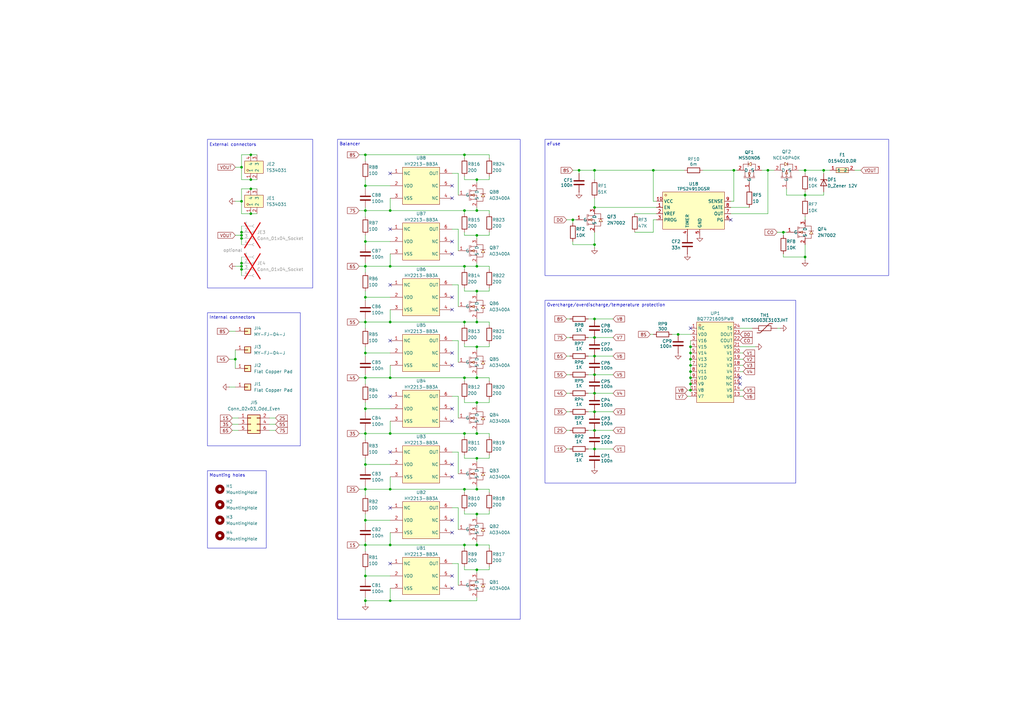
<source format=kicad_sch>
(kicad_sch (version 20231120) (generator "eeschema") (generator_version "8.0")
  (paper "A3")
  (title_block (title "8S Li-ion Module BMS") (date "2024-05-09") (rev "2") (company "TMP Inc."))
  (junction (at 190.5 132.08))
  (junction (at 190.5 200.66))
  (junction (at 300.99 69.85))
  (junction (at 102.87 73.66))
  (junction (at 195.58 223.52))
  (junction (at 149.86 190.5))
  (junction (at 99.06 107.95))
  (junction (at 283.21 160.02))
  (junction (at 243.84 176.53))
  (junction (at 195.58 187.96))
  (junction (at 160.02 200.66))
  (junction (at 149.86 86.36))
  (junction (at 160.02 86.36))
  (junction (at 195.58 154.94))
  (junction (at 283.21 149.86))
  (junction (at 99.06 82.55))
  (junction (at 149.86 109.22))
  (junction (at 237.49 69.85))
  (junction (at 99.06 110.49))
  (junction (at 99.06 97.79))
  (junction (at 283.21 142.24))
  (junction (at 243.84 130.81))
  (junction (at 330.2 105.41))
  (junction (at 283.21 144.78))
  (junction (at 190.5 154.94))
  (junction (at 267.97 69.85))
  (junction (at 195.58 96.52))
  (junction (at 149.86 132.08))
  (junction (at 102.87 63.5))
  (junction (at 195.58 200.66))
  (junction (at 243.84 153.67))
  (junction (at 160.02 223.52))
  (junction (at 149.86 76.2))
  (junction (at 99.06 68.58))
  (junction (at 190.5 86.36))
  (junction (at 149.86 223.52))
  (junction (at 321.31 95.25))
  (junction (at 234.95 90.17))
  (junction (at 195.58 142.24))
  (junction (at 278.13 137.16))
  (junction (at 243.84 184.15))
  (junction (at 190.5 63.5))
  (junction (at 243.84 69.85))
  (junction (at 283.21 147.32))
  (junction (at 149.86 236.22))
  (junction (at 330.2 69.85))
  (junction (at 160.02 109.22))
  (junction (at 190.5 109.22))
  (junction (at 195.58 177.8))
  (junction (at 160.02 177.8))
  (junction (at 190.5 177.8))
  (junction (at 149.86 154.94))
  (junction (at 243.84 100.33))
  (junction (at 149.86 144.78))
  (junction (at 283.21 157.48))
  (junction (at 99.06 109.22))
  (junction (at 96.52 147.32))
  (junction (at 283.21 154.94))
  (junction (at 149.86 99.06))
  (junction (at 149.86 246.38))
  (junction (at 195.58 233.68))
  (junction (at 149.86 63.5))
  (junction (at 99.06 95.25))
  (junction (at 195.58 210.82))
  (junction (at 149.86 177.8))
  (junction (at 243.84 85.09))
  (junction (at 243.84 138.43))
  (junction (at 149.86 121.92))
  (junction (at 149.86 213.36))
  (junction (at 195.58 73.66))
  (junction (at 195.58 132.08))
  (junction (at 195.58 165.1))
  (junction (at 314.96 69.85))
  (junction (at 160.02 246.38))
  (junction (at 243.84 161.29))
  (junction (at 160.02 154.94))
  (junction (at 149.86 167.64))
  (junction (at 283.21 152.4))
  (junction (at 330.2 80.01))
  (junction (at 243.84 168.91))
  (junction (at 190.5 223.52))
  (junction (at 195.58 86.36))
  (junction (at 195.58 119.38))
  (junction (at 99.06 96.52))
  (junction (at 160.02 132.08))
  (junction (at 243.84 146.05))
  (junction (at 195.58 109.22))
  (junction (at 102.87 87.63))
  (junction (at 102.87 77.47))
  (junction (at 149.86 200.66))
  (junction (at 337.82 69.85))
  (no_connect (at 185.42 195.58))
  (no_connect (at 185.42 144.78))
  (no_connect (at 185.42 190.5))
  (no_connect (at 185.42 167.64))
  (no_connect (at 185.42 127))
  (no_connect (at 160.02 93.98))
  (no_connect (at 303.53 154.94))
  (no_connect (at 185.42 241.3))
  (no_connect (at 185.42 236.22))
  (no_connect (at 185.42 104.14))
  (no_connect (at 299.72 90.17))
  (no_connect (at 185.42 99.06))
  (no_connect (at 185.42 218.44))
  (no_connect (at 160.02 139.7))
  (no_connect (at 160.02 116.84))
  (no_connect (at 185.42 76.2))
  (no_connect (at 303.53 157.48))
  (no_connect (at 185.42 213.36))
  (no_connect (at 185.42 172.72))
  (no_connect (at 160.02 71.12))
  (no_connect (at 185.42 121.92))
  (no_connect (at 283.21 134.62))
  (no_connect (at 160.02 162.56))
  (no_connect (at 160.02 208.28))
  (no_connect (at 160.02 231.14))
  (no_connect (at 185.42 81.28))
  (no_connect (at 160.02 185.42))
  (no_connect (at 185.42 149.86))
  (wire (pts (xy 149.86 144.78) (xy 149.86 146.05)))
  (wire (pts (xy 200.66 63.5) (xy 190.5 63.5)))
  (wire (pts (xy 95.25 176.53) (xy 97.79 176.53)))
  (wire (pts (xy 314.96 69.85) (xy 317.5 69.85)))
  (wire (pts (xy 337.82 69.85) (xy 340.36 69.85)))
  (wire (pts (xy 190.5 96.52) (xy 190.5 95.25)))
  (wire (pts (xy 99.06 73.66) (xy 102.87 73.66)))
  (wire (pts (xy 200.66 132.08) (xy 195.58 132.08)))
  (wire (pts (xy 195.58 142.24) (xy 190.5 142.24)))
  (wire (pts (xy 99.06 95.25) (xy 99.06 96.52)))
  (wire (pts (xy 149.86 142.24) (xy 149.86 144.78)))
  (wire (pts (xy 283.21 157.48) (xy 283.21 160.02)))
  (wire (pts (xy 330.2 69.85) (xy 330.2 71.12)))
  (wire (pts (xy 96.52 109.22) (xy 99.06 109.22)))
  (wire (pts (xy 200.66 233.68) (xy 200.66 232.41)))
  (wire (pts (xy 269.24 82.55) (xy 267.97 82.55)))
  (wire (pts (xy 243.84 184.15) (xy 241.3 184.15)))
  (wire (pts (xy 200.66 72.39) (xy 200.66 73.66)))
  (wire (pts (xy 160.02 154.94) (xy 190.5 154.94)))
  (wire (pts (xy 190.5 142.24) (xy 190.5 140.97)))
  (wire (pts (xy 243.84 138.43) (xy 251.46 138.43)))
  (wire (pts (xy 299.72 82.55) (xy 300.99 82.55)))
  (wire (pts (xy 283.21 152.4) (xy 283.21 154.94)))
  (wire (pts (xy 243.84 161.29) (xy 241.3 161.29)))
  (wire (pts (xy 149.86 86.36) (xy 160.02 86.36)))
  (wire (pts (xy 267.97 69.85) (xy 280.67 69.85)))
  (wire (pts (xy 267.97 95.25) (xy 267.97 90.17)))
  (wire (pts (xy 160.02 246.38) (xy 195.58 246.38)))
  (wire (pts (xy 99.06 92.71) (xy 99.06 95.25)))
  (wire (pts (xy 187.96 93.98) (xy 187.96 102.87)))
  (wire (pts (xy 185.42 93.98) (xy 187.96 93.98)))
  (wire (pts (xy 160.02 86.36) (xy 190.5 86.36)))
  (wire (pts (xy 149.86 176.53) (xy 149.86 177.8)))
  (wire (pts (xy 149.86 191.77) (xy 149.86 190.5)))
  (wire (pts (xy 321.31 95.25) (xy 322.58 95.25)))
  (wire (pts (xy 160.02 81.28) (xy 160.02 86.36)))
  (wire (pts (xy 278.13 137.16) (xy 275.59 137.16)))
  (wire (pts (xy 147.32 177.8) (xy 149.86 177.8)))
  (wire (pts (xy 149.86 187.96) (xy 149.86 190.5)))
  (wire (pts (xy 304.8 147.32) (xy 303.53 147.32)))
  (wire (pts (xy 234.95 100.33) (xy 234.95 99.06)))
  (wire (pts (xy 149.86 119.38) (xy 149.86 121.92)))
  (wire (pts (xy 232.41 153.67) (xy 233.68 153.67)))
  (wire (pts (xy 330.2 105.41) (xy 330.2 106.68)))
  (wire (pts (xy 243.84 153.67) (xy 251.46 153.67)))
  (wire (pts (xy 200.66 223.52) (xy 200.66 224.79)))
  (wire (pts (xy 243.84 130.81) (xy 241.3 130.81)))
  (wire (pts (xy 160.02 195.58) (xy 160.02 200.66)))
  (wire (pts (xy 149.86 226.06) (xy 149.86 223.52)))
  (wire (pts (xy 195.58 154.94) (xy 195.58 153.67)))
  (wire (pts (xy 200.66 86.36) (xy 195.58 86.36)))
  (wire (pts (xy 93.98 147.32) (xy 96.52 147.32)))
  (wire (pts (xy 110.49 173.99) (xy 113.03 173.99)))
  (wire (pts (xy 200.66 142.24) (xy 195.58 142.24)))
  (wire (pts (xy 327.66 69.85) (xy 330.2 69.85)))
  (wire (pts (xy 187.96 208.28) (xy 187.96 217.17)))
  (wire (pts (xy 187.96 185.42) (xy 187.96 194.31)))
  (wire (pts (xy 304.8 149.86) (xy 303.53 149.86)))
  (wire (pts (xy 149.86 121.92) (xy 160.02 121.92)))
  (wire (pts (xy 99.06 87.63) (xy 102.87 87.63)))
  (wire (pts (xy 260.35 87.63) (xy 269.24 87.63)))
  (wire (pts (xy 309.88 142.24) (xy 303.53 142.24)))
  (wire (pts (xy 190.5 119.38) (xy 190.5 118.11)))
  (wire (pts (xy 149.86 157.48) (xy 149.86 154.94)))
  (wire (pts (xy 160.02 241.3) (xy 160.02 246.38)))
  (wire (pts (xy 187.96 231.14) (xy 187.96 240.03)))
  (wire (pts (xy 200.66 179.07) (xy 200.66 177.8)))
  (wire (pts (xy 195.58 210.82) (xy 190.5 210.82)))
  (wire (pts (xy 147.32 132.08) (xy 149.86 132.08)))
  (wire (pts (xy 99.06 109.22) (xy 99.06 110.49)))
  (wire (pts (xy 195.58 200.66) (xy 195.58 199.39)))
  (wire (pts (xy 237.49 69.85) (xy 243.84 69.85)))
  (wire (pts (xy 283.21 154.94) (xy 283.21 157.48)))
  (wire (pts (xy 185.42 162.56) (xy 187.96 162.56)))
  (wire (pts (xy 190.5 63.5) (xy 190.5 64.77)))
  (wire (pts (xy 160.02 177.8) (xy 190.5 177.8)))
  (wire (pts (xy 267.97 90.17) (xy 269.24 90.17)))
  (wire (pts (xy 195.58 177.8) (xy 195.58 176.53)))
  (wire (pts (xy 243.84 153.67) (xy 241.3 153.67)))
  (wire (pts (xy 200.66 73.66) (xy 195.58 73.66)))
  (wire (pts (xy 288.29 69.85) (xy 300.99 69.85)))
  (wire (pts (xy 330.2 69.85) (xy 337.82 69.85)))
  (wire (pts (xy 190.5 200.66) (xy 190.5 201.93)))
  (wire (pts (xy 149.86 237.49) (xy 149.86 236.22)))
  (wire (pts (xy 200.66 186.69) (xy 200.66 187.96)))
  (wire (pts (xy 318.77 134.62) (xy 320.04 134.62)))
  (wire (pts (xy 243.84 138.43) (xy 241.3 138.43)))
  (wire (pts (xy 149.86 109.22) (xy 160.02 109.22)))
  (wire (pts (xy 96.52 68.58) (xy 99.06 68.58)))
  (wire (pts (xy 190.5 109.22) (xy 190.5 110.49)))
  (wire (pts (xy 110.49 171.45) (xy 113.03 171.45)))
  (wire (pts (xy 99.06 82.55) (xy 99.06 87.63)))
  (wire (pts (xy 195.58 165.1) (xy 190.5 165.1)))
  (wire (pts (xy 93.98 135.89) (xy 96.52 135.89)))
  (wire (pts (xy 190.5 233.68) (xy 190.5 232.41)))
  (wire (pts (xy 149.86 223.52) (xy 160.02 223.52)))
  (wire (pts (xy 200.66 87.63) (xy 200.66 86.36)))
  (wire (pts (xy 149.86 213.36) (xy 160.02 213.36)))
  (wire (pts (xy 200.66 210.82) (xy 195.58 210.82)))
  (wire (pts (xy 200.66 156.21) (xy 200.66 154.94)))
  (wire (pts (xy 243.84 176.53) (xy 251.46 176.53)))
  (wire (pts (xy 149.86 96.52) (xy 149.86 99.06)))
  (wire (pts (xy 149.86 199.39) (xy 149.86 200.66)))
  (wire (pts (xy 281.94 160.02) (xy 283.21 160.02)))
  (wire (pts (xy 195.58 189.23) (xy 195.58 187.96)))
  (wire (pts (xy 149.86 73.66) (xy 149.86 76.2)))
  (wire (pts (xy 234.95 90.17) (xy 236.22 90.17)))
  (wire (pts (xy 147.32 109.22) (xy 149.86 109.22)))
  (wire (pts (xy 149.86 132.08) (xy 160.02 132.08)))
  (wire (pts (xy 200.66 163.83) (xy 200.66 165.1)))
  (wire (pts (xy 283.21 142.24) (xy 283.21 144.78)))
  (wire (pts (xy 322.58 77.47) (xy 322.58 80.01)))
  (wire (pts (xy 190.5 177.8) (xy 195.58 177.8)))
  (wire (pts (xy 232.41 146.05) (xy 233.68 146.05)))
  (wire (pts (xy 190.5 73.66) (xy 190.5 72.39)))
  (wire (pts (xy 105.41 63.5) (xy 102.87 63.5)))
  (wire (pts (xy 160.02 109.22) (xy 190.5 109.22)))
  (wire (pts (xy 200.66 187.96) (xy 195.58 187.96)))
  (wire (pts (xy 160.02 127) (xy 160.02 132.08)))
  (wire (pts (xy 149.86 154.94) (xy 160.02 154.94)))
  (wire (pts (xy 149.86 200.66) (xy 160.02 200.66)))
  (wire (pts (xy 303.53 134.62) (xy 308.61 134.62)))
  (wire (pts (xy 330.2 100.33) (xy 330.2 105.41)))
  (wire (pts (xy 278.13 137.16) (xy 283.21 137.16)))
  (wire (pts (xy 105.41 77.47) (xy 102.87 77.47)))
  (wire (pts (xy 187.96 139.7) (xy 187.96 148.59)))
  (wire (pts (xy 304.8 152.4) (xy 303.53 152.4)))
  (wire (pts (xy 314.96 87.63) (xy 314.96 69.85)))
  (wire (pts (xy 99.06 97.79) (xy 99.06 100.33)))
  (wire (pts (xy 185.42 71.12) (xy 187.96 71.12)))
  (wire (pts (xy 243.84 100.33) (xy 243.84 101.6)))
  (wire (pts (xy 283.21 144.78) (xy 283.21 147.32)))
  (wire (pts (xy 200.66 119.38) (xy 195.58 119.38)))
  (wire (pts (xy 200.66 165.1) (xy 195.58 165.1)))
  (wire (pts (xy 149.86 76.2) (xy 149.86 77.47)))
  (wire (pts (xy 200.66 223.52) (xy 195.58 223.52)))
  (wire (pts (xy 149.86 121.92) (xy 149.86 123.19)))
  (wire (pts (xy 232.41 90.17) (xy 234.95 90.17)))
  (wire (pts (xy 283.21 149.86) (xy 283.21 152.4)))
  (wire (pts (xy 93.98 158.75) (xy 96.52 158.75)))
  (wire (pts (xy 318.77 95.25) (xy 321.31 95.25)))
  (wire (pts (xy 200.66 110.49) (xy 200.66 109.22)))
  (wire (pts (xy 243.84 85.09) (xy 269.24 85.09)))
  (wire (pts (xy 160.02 104.14) (xy 160.02 109.22)))
  (wire (pts (xy 232.41 176.53) (xy 233.68 176.53)))
  (wire (pts (xy 283.21 139.7) (xy 283.21 142.24)))
  (wire (pts (xy 234.95 91.44) (xy 234.95 90.17)))
  (wire (pts (xy 200.66 133.35) (xy 200.66 132.08)))
  (wire (pts (xy 149.86 167.64) (xy 160.02 167.64)))
  (wire (pts (xy 149.86 177.8) (xy 160.02 177.8)))
  (wire (pts (xy 330.2 88.9) (xy 330.2 90.17)))
  (wire (pts (xy 321.31 105.41) (xy 321.31 104.14)))
  (wire (pts (xy 232.41 138.43) (xy 233.68 138.43)))
  (wire (pts (xy 149.86 190.5) (xy 160.02 190.5)))
  (wire (pts (xy 200.66 201.93) (xy 200.66 200.66)))
  (wire (pts (xy 190.5 200.66) (xy 195.58 200.66)))
  (wire (pts (xy 243.84 176.53) (xy 241.3 176.53)))
  (wire (pts (xy 243.84 184.15) (xy 251.46 184.15)))
  (wire (pts (xy 283.21 147.32) (xy 283.21 149.86)))
  (wire (pts (xy 149.86 153.67) (xy 149.86 154.94)))
  (wire (pts (xy 95.25 171.45) (xy 97.79 171.45)))
  (wire (pts (xy 304.8 160.02) (xy 303.53 160.02)))
  (wire (pts (xy 99.06 77.47) (xy 99.06 82.55)))
  (wire (pts (xy 337.82 80.01) (xy 330.2 80.01)))
  (wire (pts (xy 312.42 69.85) (xy 314.96 69.85)))
  (wire (pts (xy 190.5 210.82) (xy 190.5 209.55)))
  (wire (pts (xy 149.86 180.34) (xy 149.86 177.8)))
  (wire (pts (xy 95.25 173.99) (xy 97.79 173.99)))
  (wire (pts (xy 149.86 63.5) (xy 149.86 66.04)))
  (wire (pts (xy 190.5 86.36) (xy 195.58 86.36)))
  (wire (pts (xy 321.31 105.41) (xy 330.2 105.41)))
  (wire (pts (xy 160.02 149.86) (xy 160.02 154.94)))
  (wire (pts (xy 160.02 200.66) (xy 190.5 200.66)))
  (wire (pts (xy 149.86 233.68) (xy 149.86 236.22)))
  (wire (pts (xy 160.02 223.52) (xy 190.5 223.52)))
  (wire (pts (xy 190.5 233.68) (xy 195.58 233.68)))
  (wire (pts (xy 149.86 76.2) (xy 160.02 76.2)))
  (wire (pts (xy 234.95 69.85) (xy 237.49 69.85)))
  (wire (pts (xy 190.5 154.94) (xy 190.5 156.21)))
  (wire (pts (xy 195.58 223.52) (xy 195.58 222.25)))
  (wire (pts (xy 243.84 146.05) (xy 241.3 146.05)))
  (wire (pts (xy 299.72 87.63) (xy 314.96 87.63)))
  (wire (pts (xy 195.58 246.38) (xy 195.58 245.11)))
  (wire (pts (xy 195.58 119.38) (xy 190.5 119.38)))
  (wire (pts (xy 243.84 168.91) (xy 241.3 168.91)))
  (wire (pts (xy 102.87 63.5) (xy 99.06 63.5)))
  (wire (pts (xy 149.86 63.5) (xy 190.5 63.5)))
  (wire (pts (xy 200.66 118.11) (xy 200.66 119.38)))
  (wire (pts (xy 281.94 162.56) (xy 283.21 162.56)))
  (wire (pts (xy 266.7 137.16) (xy 267.97 137.16)))
  (wire (pts (xy 99.06 68.58) (xy 99.06 73.66)))
  (wire (pts (xy 185.42 208.28) (xy 187.96 208.28)))
  (wire (pts (xy 190.5 223.52) (xy 195.58 223.52)))
  (wire (pts (xy 187.96 162.56) (xy 187.96 171.45)))
  (wire (pts (xy 96.52 143.51) (xy 96.52 147.32)))
  (wire (pts (xy 110.49 176.53) (xy 113.03 176.53)))
  (wire (pts (xy 160.02 132.08) (xy 190.5 132.08)))
  (wire (pts (xy 330.2 81.28) (xy 330.2 80.01)))
  (wire (pts (xy 195.58 143.51) (xy 195.58 142.24)))
  (wire (pts (xy 300.99 82.55) (xy 300.99 69.85)))
  (wire (pts (xy 99.06 107.95) (xy 99.06 109.22)))
  (wire (pts (xy 102.87 73.66) (xy 105.41 73.66)))
  (wire (pts (xy 195.58 233.68) (xy 195.58 234.95)))
  (wire (pts (xy 147.32 200.66) (xy 149.86 200.66)))
  (wire (pts (xy 147.32 63.5) (xy 149.86 63.5)))
  (wire (pts (xy 195.58 119.38) (xy 195.58 120.65)))
  (wire (pts (xy 232.41 184.15) (xy 233.68 184.15)))
  (wire (pts (xy 149.86 210.82) (xy 149.86 213.36)))
  (wire (pts (xy 321.31 96.52) (xy 321.31 95.25)))
  (wire (pts (xy 243.84 95.25) (xy 243.84 100.33)))
  (wire (pts (xy 149.86 246.38) (xy 160.02 246.38)))
  (wire (pts (xy 243.84 81.28) (xy 243.84 85.09)))
  (wire (pts (xy 149.86 203.2) (xy 149.86 200.66)))
  (wire (pts (xy 99.06 63.5) (xy 99.06 68.58)))
  (wire (pts (xy 195.58 74.93) (xy 195.58 73.66)))
  (wire (pts (xy 195.58 97.79) (xy 195.58 96.52)))
  (wire (pts (xy 350.52 69.85) (xy 353.06 69.85)))
  (wire (pts (xy 195.58 86.36) (xy 195.58 85.09)))
  (wire (pts (xy 190.5 86.36) (xy 190.5 87.63)))
  (wire (pts (xy 200.66 209.55) (xy 200.66 210.82)))
  (wire (pts (xy 160.02 172.72) (xy 160.02 177.8)))
  (wire (pts (xy 243.84 168.91) (xy 251.46 168.91)))
  (wire (pts (xy 149.86 109.22) (xy 149.86 111.76)))
  (wire (pts (xy 149.86 107.95) (xy 149.86 109.22)))
  (wire (pts (xy 99.06 105.41) (xy 99.06 107.95)))
  (wire (pts (xy 195.58 132.08) (xy 195.58 130.81)))
  (wire (pts (xy 300.99 69.85) (xy 302.26 69.85)))
  (wire (pts (xy 99.06 110.49) (xy 99.06 113.03)))
  (wire (pts (xy 149.86 214.63) (xy 149.86 213.36)))
  (wire (pts (xy 200.66 95.25) (xy 200.66 96.52)))
  (wire (pts (xy 185.42 116.84) (xy 187.96 116.84)))
  (wire (pts (xy 96.52 82.55) (xy 99.06 82.55)))
  (wire (pts (xy 200.66 154.94) (xy 195.58 154.94)))
  (wire (pts (xy 190.5 154.94) (xy 195.58 154.94)))
  (wire (pts (xy 200.66 96.52) (xy 195.58 96.52)))
  (wire (pts (xy 149.86 99.06) (xy 149.86 100.33)))
  (wire (pts (xy 200.66 177.8) (xy 195.58 177.8)))
  (wire (pts (xy 322.58 80.01) (xy 330.2 80.01)))
  (wire (pts (xy 267.97 82.55) (xy 267.97 69.85)))
  (wire (pts (xy 190.5 109.22) (xy 195.58 109.22)))
  (wire (pts (xy 304.8 162.56) (xy 303.53 162.56)))
  (wire (pts (xy 149.86 144.78) (xy 160.02 144.78)))
  (wire (pts (xy 337.82 69.85) (xy 337.82 71.12)))
  (wire (pts (xy 149.86 85.09) (xy 149.86 86.36)))
  (wire (pts (xy 149.86 99.06) (xy 160.02 99.06)))
  (wire (pts (xy 190.5 132.08) (xy 190.5 133.35)))
  (wire (pts (xy 190.5 132.08) (xy 195.58 132.08)))
  (wire (pts (xy 243.84 130.81) (xy 251.46 130.81)))
  (wire (pts (xy 149.86 86.36) (xy 149.86 88.9)))
  (wire (pts (xy 234.95 100.33) (xy 243.84 100.33)))
  (wire (pts (xy 337.82 78.74) (xy 337.82 80.01)))
  (wire (pts (xy 330.2 78.74) (xy 330.2 80.01)))
  (wire (pts (xy 102.87 77.47) (xy 99.06 77.47)))
  (wire (pts (xy 149.86 132.08) (xy 149.86 134.62)))
  (wire (pts (xy 243.84 69.85) (xy 243.84 73.66)))
  (wire (pts (xy 260.35 95.25) (xy 267.97 95.25)))
  (wire (pts (xy 149.86 245.11) (xy 149.86 246.38)))
  (wire (pts (xy 185.42 185.42) (xy 187.96 185.42)))
  (wire (pts (xy 185.42 139.7) (xy 187.96 139.7)))
  (wire (pts (xy 147.32 86.36) (xy 149.86 86.36)))
  (wire (pts (xy 243.84 146.05) (xy 251.46 146.05)))
  (wire (pts (xy 243.84 161.29) (xy 251.46 161.29)))
  (wire (pts (xy 195.58 96.52) (xy 190.5 96.52)))
  (wire (pts (xy 190.5 177.8) (xy 190.5 179.07)))
  (wire (pts (xy 195.58 109.22) (xy 195.58 107.95)))
  (wire (pts (xy 102.87 87.63) (xy 105.41 87.63)))
  (wire (pts (xy 195.58 109.22) (xy 200.66 109.22)))
  (wire (pts (xy 147.32 154.94) (xy 149.86 154.94)))
  (wire (pts (xy 195.58 233.68) (xy 200.66 233.68)))
  (wire (pts (xy 195.58 166.37) (xy 195.58 165.1)))
  (wire (pts (xy 232.41 130.81) (xy 233.68 130.81)))
  (wire (pts (xy 237.49 71.12) (xy 237.49 69.85)))
  (wire (pts (xy 299.72 85.09) (xy 307.34 85.09)))
  (wire (pts (xy 149.86 236.22) (xy 160.02 236.22)))
  (wire (pts (xy 147.32 223.52) (xy 149.86 223.52)))
  (wire (pts (xy 195.58 212.09) (xy 195.58 210.82)))
  (wire (pts (xy 96.52 151.13) (xy 96.52 147.32)))
  (wire (pts (xy 187.96 71.12) (xy 187.96 80.01)))
  (wire (pts (xy 149.86 168.91) (xy 149.86 167.64)))
  (wire (pts (xy 149.86 165.1) (xy 149.86 167.64)))
  (wire (pts (xy 190.5 187.96) (xy 190.5 186.69)))
  (wire (pts (xy 195.58 73.66) (xy 190.5 73.66)))
  (wire (pts (xy 243.84 69.85) (xy 267.97 69.85)))
  (wire (pts (xy 200.66 200.66) (xy 195.58 200.66)))
  (wire (pts (xy 232.41 161.29) (xy 233.68 161.29)))
  (wire (pts (xy 200.66 140.97) (xy 200.66 142.24)))
  (wire (pts (xy 187.96 116.84) (xy 187.96 125.73)))
  (wire (pts (xy 195.58 187.96) (xy 190.5 187.96)))
  (wire (pts (xy 200.66 64.77) (xy 200.66 63.5)))
  (wire (pts (xy 190.5 165.1) (xy 190.5 163.83)))
  (wire (pts (xy 304.8 144.78) (xy 303.53 144.78)))
  (wire (pts (xy 99.06 96.52) (xy 99.06 97.79)))
  (wire (pts (xy 232.41 168.91) (xy 233.68 168.91)))
  (wire (pts (xy 185.42 231.14) (xy 187.96 231.14)))
  (wire (pts (xy 149.86 130.81) (xy 149.86 132.08)))
  (wire (pts (xy 160.02 218.44) (xy 160.02 223.52)))
  (wire (pts (xy 96.52 96.52) (xy 99.06 96.52)))
  (wire (pts (xy 149.86 247.65) (xy 149.86 246.38)))
  (wire (pts (xy 149.86 222.25) (xy 149.86 223.52)))
  (wire (pts (xy 190.5 223.52) (xy 190.5 224.79)))
  (rectangle (start 85.09 57.15) (end 128.27 118.11))
  (rectangle (start 85.09 128.27) (end 123.19 182.88))
  (rectangle (start 85.09 193.04) (end 109.22 224.79))
  (rectangle (start 138.43 57.15) (end 213.36 254))
  (rectangle (start 223.52 57.15) (end 364.49 113.03))
  (rectangle (start 223.52 123.19) (end 326.39 198.12))
  (text "Balancer" (at 139.192 59.182 0) (effects (font (size 1.27 1.27)) (justify left)))
  (text "optional" (at 95.504 102.87 0) (effects (font (size 1.27 1.27))))
  (text "Internal connectors" (at 85.852 130.302 0) (effects (font (size 1.27 1.27)) (justify left)))
  (text "External connectors" (at 85.852 59.436 0) (effects (font (size 1.27 1.27)) (justify left)))
  (text "Overcharge/overdischarge/temperature protection" (at 224.282 125.222 0) (effects (font (size 1.27 1.27)) (justify left)))
  (text "Mounting holes" (at 85.852 195.072 0) (effects (font (size 1.27 1.27)) (justify left)))
  (text "eFuse" (at 224.282 59.182 0) (effects (font (size 1.27 1.27)) (justify left)))
  (global_label "8S" (shape input) (at 93.98 135.89 180) (property "Intersheetrefs" "${INTERSHEET_REFS}" (effects (hide yes))))
  (global_label "DO" (shape input) (at 232.41 90.17 180) (property "Intersheetrefs" "${INTERSHEET_REFS}" (effects (hide yes))))
  (global_label "V5" (shape input) (at 304.8 160.02 0) (property "Intersheetrefs" "${INTERSHEET_REFS}" (effects (hide yes))))
  (global_label "V4" (shape input) (at 304.8 152.4 0) (property "Intersheetrefs" "${INTERSHEET_REFS}" (effects (hide yes))))
  (global_label "V1" (shape input) (at 304.8 144.78 0) (property "Intersheetrefs" "${INTERSHEET_REFS}" (effects (hide yes))))
  (global_label "CO" (shape input) (at 303.53 139.7 0) (property "Intersheetrefs" "${INTERSHEET_REFS}" (effects (hide yes))))
  (global_label "2S" (shape input) (at 147.32 200.66 180) (property "Intersheetrefs" "${INTERSHEET_REFS}" (effects (hide yes))))
  (global_label "CO" (shape input) (at 318.77 95.25 180) (property "Intersheetrefs" "${INTERSHEET_REFS}" (effects (hide yes))))
  (global_label "V7" (shape input) (at 251.46 138.43 0) (property "Intersheetrefs" "${INTERSHEET_REFS}" (effects (hide yes))))
  (global_label "5S" (shape input) (at 147.32 132.08 180) (property "Intersheetrefs" "${INTERSHEET_REFS}" (effects (hide yes))))
  (global_label "5S" (shape input) (at 232.41 153.67 180) (property "Intersheetrefs" "${INTERSHEET_REFS}" (effects (hide yes))))
  (global_label "1S" (shape input) (at 232.41 184.15 180) (property "Intersheetrefs" "${INTERSHEET_REFS}" (effects (hide yes))))
  (global_label "V2" (shape input) (at 251.46 176.53 0) (property "Intersheetrefs" "${INTERSHEET_REFS}" (effects (hide yes))))
  (global_label "V6" (shape input) (at 251.46 146.05 0) (property "Intersheetrefs" "${INTERSHEET_REFS}" (effects (hide yes))))
  (global_label "8S" (shape input) (at 234.95 69.85 180) (property "Intersheetrefs" "${INTERSHEET_REFS}" (effects (hide yes))))
  (global_label "4S" (shape input) (at 232.41 161.29 180) (property "Intersheetrefs" "${INTERSHEET_REFS}" (effects (hide yes))))
  (global_label "7S" (shape input) (at 113.03 176.53 0) (property "Intersheetrefs" "${INTERSHEET_REFS}" (effects (hide yes))))
  (global_label "3S" (shape input) (at 232.41 168.91 180) (property "Intersheetrefs" "${INTERSHEET_REFS}" (effects (hide yes))))
  (global_label "V6" (shape input) (at 304.8 162.56 0) (property "Intersheetrefs" "${INTERSHEET_REFS}" (effects (hide yes))))
  (global_label "V3" (shape input) (at 251.46 168.91 0) (property "Intersheetrefs" "${INTERSHEET_REFS}" (effects (hide yes))))
  (global_label "V7" (shape input) (at 281.94 162.56 180) (property "Intersheetrefs" "${INTERSHEET_REFS}" (effects (hide yes))))
  (global_label "6S" (shape input) (at 95.25 176.53 180) (property "Intersheetrefs" "${INTERSHEET_REFS}" (effects (hide yes))))
  (global_label "8S" (shape input) (at 232.41 130.81 180) (property "Intersheetrefs" "${INTERSHEET_REFS}" (effects (hide yes))))
  (global_label "V8" (shape input) (at 251.46 130.81 0) (property "Intersheetrefs" "${INTERSHEET_REFS}" (effects (hide yes))))
  (global_label "VOUT" (shape input) (at 96.52 68.58 180) (property "Intersheetrefs" "${INTERSHEET_REFS}" (effects (hide yes))))
  (global_label "2S" (shape input) (at 232.41 176.53 180) (property "Intersheetrefs" "${INTERSHEET_REFS}" (effects (hide yes))))
  (global_label "VOUT" (shape input) (at 353.06 69.85 0) (property "Intersheetrefs" "${INTERSHEET_REFS}" (effects (hide yes))))
  (global_label "V2" (shape input) (at 304.8 147.32 0) (property "Intersheetrefs" "${INTERSHEET_REFS}" (effects (hide yes))))
  (global_label "7S" (shape input) (at 232.41 138.43 180) (property "Intersheetrefs" "${INTERSHEET_REFS}" (effects (hide yes))))
  (global_label "3S" (shape input) (at 95.25 173.99 180) (property "Intersheetrefs" "${INTERSHEET_REFS}" (effects (hide yes))))
  (global_label "V4" (shape input) (at 251.46 161.29 0) (property "Intersheetrefs" "${INTERSHEET_REFS}" (effects (hide yes))))
  (global_label "8S" (shape input) (at 266.7 137.16 180) (property "Intersheetrefs" "${INTERSHEET_REFS}" (effects (hide yes))))
  (global_label "1S" (shape input) (at 95.25 171.45 180) (property "Intersheetrefs" "${INTERSHEET_REFS}" (effects (hide yes))))
  (global_label "VOUT" (shape input) (at 96.52 96.52 180) (property "Intersheetrefs" "${INTERSHEET_REFS}" (effects (hide yes))))
  (global_label "1S" (shape input) (at 147.32 223.52 180) (property "Intersheetrefs" "${INTERSHEET_REFS}" (effects (hide yes))))
  (global_label "7S" (shape input) (at 147.32 86.36 180) (property "Intersheetrefs" "${INTERSHEET_REFS}" (effects (hide yes))))
  (global_label "V5" (shape input) (at 251.46 153.67 0) (property "Intersheetrefs" "${INTERSHEET_REFS}" (effects (hide yes))))
  (global_label "6S" (shape input) (at 147.32 109.22 180) (property "Intersheetrefs" "${INTERSHEET_REFS}" (effects (hide yes))))
  (global_label "4S" (shape input) (at 93.98 147.32 180) (property "Intersheetrefs" "${INTERSHEET_REFS}" (effects (hide yes))))
  (global_label "2S" (shape input) (at 113.03 171.45 0) (property "Intersheetrefs" "${INTERSHEET_REFS}" (effects (hide yes))))
  (global_label "8S" (shape input) (at 147.32 63.5 180) (property "Intersheetrefs" "${INTERSHEET_REFS}" (effects (hide yes))))
  (global_label "V1" (shape input) (at 251.46 184.15 0) (property "Intersheetrefs" "${INTERSHEET_REFS}" (effects (hide yes))))
  (global_label "3S" (shape input) (at 147.32 177.8 180) (property "Intersheetrefs" "${INTERSHEET_REFS}" (effects (hide yes))))
  (global_label "DO" (shape input) (at 303.53 137.16 0) (property "Intersheetrefs" "${INTERSHEET_REFS}" (effects (hide yes))))
  (global_label "5S" (shape input) (at 113.03 173.99 0) (property "Intersheetrefs" "${INTERSHEET_REFS}" (effects (hide yes))))
  (global_label "V8" (shape input) (at 281.94 160.02 180) (property "Intersheetrefs" "${INTERSHEET_REFS}" (effects (hide yes))))
  (global_label "6S" (shape input) (at 232.41 146.05 180) (property "Intersheetrefs" "${INTERSHEET_REFS}" (effects (hide yes))))
  (global_label "4S" (shape input) (at 147.32 154.94 180) (property "Intersheetrefs" "${INTERSHEET_REFS}" (effects (hide yes))))
  (global_label "V3" (shape input) (at 304.8 149.86 0) (property "Intersheetrefs" "${INTERSHEET_REFS}" (effects (hide yes))))
  (symbol (lib_id "EasyEDA2KiCad:0154010.DR") (at 345.44 69.85 0) (unit 1)
    (property "Reference" "F1" (at 345.44 63.5 0))
    (property "Value" "0154010.DR" (at 345.44 66.04 0))
    (property "Footprint" "EasyEDA2KiCad:FUSE-SMD_L9.7-W5.0" (effects (hide yes)))
    (property "Datasheet" "https://lcsc.com/product-detail/Others_Littelfuse_0154010-DR_Littelfuse-0154010-DR_C206921.html" (effects (hide yes)))
    (property "LCSC Part" "C206921" (effects (hide yes)))
  )
  (symbol (lib_id "Device:R") (at 149.86 115.57 0) (unit 1)
    (property "Reference" "RB6" (at 151.13 114.3 0) (effects (justify left)))
    (property "Value" "100" (at 151.13 116.84 0) (effects (justify left)))
    (property "Footprint" "Resistor_SMD:R_0603_1608Metric" (effects (hide yes)))
    (property "Description" "Resistor" (effects (hide yes)))
  )
  (symbol (lib_id "power:GND") (at 278.13 144.78 0) (unit 1)
    (property "Reference" "#PWR06" (effects (hide yes)))
    (property "Value" "GND" (effects (hide yes)))
    (property "Description" "Power symbol creates a global label with name \"GND\" , ground" (effects (hide yes)))
  )
  (symbol (lib_id "Device:R") (at 190.5 68.58 0) (unit 1)
    (property "Reference" "RB16" (at 191.77 67.31 0) (effects (justify left)))
    (property "Value" "200" (at 191.77 69.85 0) (effects (justify left)))
    (property "Footprint" "Resistor_SMD:R_0805_2012Metric" (effects (hide yes)))
    (property "Description" "Resistor" (effects (hide yes)))
  )
  (symbol (lib_id "Connector_Generic:Conn_01x01") (at 101.6 151.13 0) (unit 1) (in_bom no)
    (property "Reference" "JI2" (at 104.14 149.8599 0) (effects (justify left)))
    (property "Value" "Flat Copper Pad" (at 104.14 152.3999 0) (effects (justify left)))
    (property "Footprint" "Battery:li-ion 21700 negative terminal contact" (effects (hide yes)))
    (property "Description" "Generic connector, single row, 01x01, script generated (kicad-library-utils/schlib/autogen/connector/)" (effects (hide yes)))
  )
  (symbol (lib_id "Device:R") (at 330.2 74.93 180) (unit 1)
    (property "Reference" "RF6" (at 331.47 73.66 0) (effects (justify right)))
    (property "Value" "10K" (at 331.47 76.2 0) (effects (justify right)))
    (property "Footprint" "Resistor_SMD:R_0603_1608Metric" (effects (hide yes)))
    (property "Description" "Resistor" (effects (hide yes)))
  )
  (symbol (lib_id "Device:R") (at 190.5 205.74 0) (unit 1)
    (property "Reference" "RB10" (at 191.77 204.47 0) (effects (justify left)))
    (property "Value" "200" (at 191.77 207.01 0) (effects (justify left)))
    (property "Footprint" "Resistor_SMD:R_0805_2012Metric" (effects (hide yes)))
    (property "Description" "Resistor" (effects (hide yes)))
  )
  (symbol (lib_id "Device:C") (at 281.94 100.33 0) (unit 1)
    (property "Reference" "CF2" (at 279.146 99.06 0) (effects (justify right)))
    (property "Value" "33n" (at 279.146 101.6 0) (effects (justify right)))
    (property "Footprint" "Capacitor_SMD:C_0603_1608Metric" (effects (hide yes)))
    (property "Description" "Unpolarized capacitor" (effects (hide yes)))
  )
  (symbol (lib_id "Device:R") (at 200.66 114.3 0) (unit 1)
    (property "Reference" "RB22" (at 201.93 113.03 0) (effects (justify left)))
    (property "Value" "200" (at 201.93 115.57 0) (effects (justify left)))
    (property "Footprint" "Resistor_SMD:R_0805_2012Metric" (effects (hide yes)))
    (property "Description" "Resistor" (effects (hide yes)))
  )
  (symbol (lib_id "Device:C") (at 149.86 149.86 0) (unit 1)
    (property "Reference" "CB5" (at 152.4 148.59 0) (effects (justify left)))
    (property "Value" "100n" (at 152.4 151.13 0) (effects (justify left)))
    (property "Footprint" "Capacitor_SMD:C_0603_1608Metric" (effects (hide yes)))
    (property "Description" "Unpolarized capacitor" (effects (hide yes)))
  )
  (symbol (lib_id "EasyEDA2KiCad:HY2213-BB3A") (at 172.72 213.36 0) (unit 1)
    (property "Reference" "UB2" (at 172.72 201.93 0))
    (property "Value" "HY2213-BB3A" (at 172.72 204.47 0))
    (property "Footprint" "EasyEDA2KiCad:SOT-23-6_L2.9-W1.6-P0.95-LS2.8-BR" (effects (hide yes)))
    (property "Datasheet" "https://lcsc.com/product-detail/PMIC-Battery-Management_HY2213-BB3A_C113632.html" (effects (hide yes)))
    (property "LCSC Part" "C113632" (effects (hide yes)))
  )
  (symbol (lib_id "power:GND") (at 243.84 101.6 0) (unit 1)
    (property "Reference" "#PWR09" (effects (hide yes)))
    (property "Value" "GND" (effects (hide yes)))
    (property "Description" "Power symbol creates a global label with name \"GND\" , ground" (effects (hide yes)))
  )
  (symbol (lib_id "Device:R") (at 190.5 160.02 0) (unit 1)
    (property "Reference" "RB12" (at 191.77 158.75 0) (effects (justify left)))
    (property "Value" "200" (at 191.77 161.29 0) (effects (justify left)))
    (property "Footprint" "Resistor_SMD:R_0805_2012Metric" (effects (hide yes)))
    (property "Description" "Resistor" (effects (hide yes)))
  )
  (symbol (lib_id "Device:C") (at 278.13 140.97 180) (unit 1)
    (property "Reference" "CP9" (at 275.59 139.954 0) (effects (justify left)))
    (property "Value" "100n" (at 275.59 141.986 0) (effects (justify left)))
    (property "Footprint" "Capacitor_SMD:C_0603_1608Metric" (effects (hide yes)))
    (property "Description" "Unpolarized capacitor" (effects (hide yes)))
  )
  (symbol (lib_id "Device:R") (at 149.86 184.15 0) (unit 1)
    (property "Reference" "RB3" (at 151.13 182.88 0) (effects (justify left)))
    (property "Value" "100" (at 151.13 185.42 0) (effects (justify left)))
    (property "Footprint" "Resistor_SMD:R_0603_1608Metric" (effects (hide yes)))
    (property "Description" "Resistor" (effects (hide yes)))
  )
  (symbol (lib_id "Device:C") (at 149.86 218.44 0) (unit 1)
    (property "Reference" "CB2" (at 152.4 217.17 0) (effects (justify left)))
    (property "Value" "100n" (at 152.4 219.71 0) (effects (justify left)))
    (property "Footprint" "Capacitor_SMD:C_0603_1608Metric" (effects (hide yes)))
    (property "Description" "Unpolarized capacitor" (effects (hide yes)))
  )
  (symbol (lib_id "power:GND") (at 320.04 134.62 90) (unit 1)
    (property "Reference" "#PWR05" (effects (hide yes)))
    (property "Value" "GND" (effects (hide yes)))
    (property "Description" "Power symbol creates a global label with name \"GND\" , ground" (effects (hide yes)))
  )
  (symbol (lib_id "EasyEDA2KiCad:HY2213-BB3A") (at 172.72 99.06 0) (unit 1)
    (property "Reference" "UB7" (at 172.72 87.63 0))
    (property "Value" "HY2213-BB3A" (at 172.72 90.17 0))
    (property "Footprint" "EasyEDA2KiCad:SOT-23-6_L2.9-W1.6-P0.95-LS2.8-BR" (effects (hide yes)))
    (property "Datasheet" "https://lcsc.com/product-detail/PMIC-Battery-Management_HY2213-BB3A_C113632.html" (effects (hide yes)))
    (property "LCSC Part" "C113632" (effects (hide yes)))
  )
  (symbol (lib_id "Mechanical:MountingHole") (at 90.17 207.01 0) (unit 1) (exclude_from_sim yes) (in_bom no)
    (property "Reference" "H2" (at 92.71 205.7399 0) (effects (justify left)))
    (property "Value" "MountingHole" (at 92.71 208.2799 0) (effects (justify left)))
    (property "Footprint" "MountingHole:MountingHole_3mm" (effects (hide yes)))
    (property "Description" "Mounting Hole without connection" (effects (hide yes)))
  )
  (symbol (lib_id "Device:R") (at 237.49 168.91 270) (unit 1)
    (property "Reference" "RP3" (at 237.49 171.45 90))
    (property "Value" "1K" (at 237.49 173.482 90))
    (property "Footprint" "Resistor_SMD:R_0603_1608Metric" (effects (hide yes)))
    (property "Description" "Resistor" (effects (hide yes)))
  )
  (symbol (lib_id "Device:R") (at 200.66 205.74 0) (unit 1)
    (property "Reference" "RB18" (at 201.93 204.47 0) (effects (justify left)))
    (property "Value" "200" (at 201.93 207.01 0) (effects (justify left)))
    (property "Footprint" "Resistor_SMD:R_0805_2012Metric" (effects (hide yes)))
    (property "Description" "Resistor" (effects (hide yes)))
  )
  (symbol (lib_id "Device:R") (at 237.49 130.81 270) (unit 1)
    (property "Reference" "RP8" (at 237.49 133.35 90))
    (property "Value" "1K" (at 237.49 135.382 90))
    (property "Footprint" "Resistor_SMD:R_0603_1608Metric" (effects (hide yes)))
    (property "Description" "Resistor" (effects (hide yes)))
  )
  (symbol (lib_id "EasyEDA2KiCad:MS50N06") (at 307.34 69.85 90) (unit 1)
    (property "Reference" "QF1" (at 307.34 62.484 90))
    (property "Value" "MS50N06" (at 307.34 64.77 90))
    (property "Footprint" "EasyEDA2KiCad:TO-252-2_L6.6-W6.1-P4.57-LS10.0-BR-CW" (effects (hide yes)))
    (property "Datasheet" "https://jlcpcb.com/partdetail/Msksemi-MS50N06/C2902884" (effects (hide yes)))
    (property "LCSC Part" "C2902884" (effects (hide yes)))
  )
  (symbol (lib_id "Device:C") (at 243.84 165.1 180) (unit 1)
    (property "Reference" "CP4" (at 246.38 164.084 0) (effects (justify right)))
    (property "Value" "100n" (at 246.38 166.116 0) (effects (justify right)))
    (property "Footprint" "Capacitor_SMD:C_0603_1608Metric" (effects (hide yes)))
    (property "Description" "Unpolarized capacitor" (effects (hide yes)))
  )
  (symbol (lib_id "Connector_Generic:Conn_01x01") (at 101.6 158.75 0) (unit 1) (in_bom no)
    (property "Reference" "JI1" (at 104.14 157.4799 0) (effects (justify left)))
    (property "Value" "Flat Copper Pad" (at 104.14 160.0199 0) (effects (justify left)))
    (property "Footprint" "Battery:li-ion 21700 negative terminal contact" (effects (hide yes)))
    (property "Description" "Generic connector, single row, 01x01, script generated (kicad-library-utils/schlib/autogen/connector/)" (effects (hide yes)))
  )
  (symbol (lib_id "Device:R") (at 200.66 68.58 0) (unit 1)
    (property "Reference" "RB24" (at 201.93 67.31 0) (effects (justify left)))
    (property "Value" "200" (at 201.93 69.85 0) (effects (justify left)))
    (property "Footprint" "Resistor_SMD:R_0805_2012Metric" (effects (hide yes)))
    (property "Description" "Resistor" (effects (hide yes)))
  )
  (symbol (lib_id "Device:R") (at 149.86 92.71 0) (unit 1)
    (property "Reference" "RB7" (at 151.13 91.44 0) (effects (justify left)))
    (property "Value" "100" (at 151.13 93.98 0) (effects (justify left)))
    (property "Footprint" "Resistor_SMD:R_0603_1608Metric" (effects (hide yes)))
    (property "Description" "Resistor" (effects (hide yes)))
  )
  (symbol (lib_id "Device:R") (at 200.66 91.44 0) (unit 1)
    (property "Reference" "RB23" (at 201.93 90.17 0) (effects (justify left)))
    (property "Value" "200" (at 201.93 92.71 0) (effects (justify left)))
    (property "Footprint" "Resistor_SMD:R_0805_2012Metric" (effects (hide yes)))
    (property "Description" "Resistor" (effects (hide yes)))
  )
  (symbol (lib_id "Device:R") (at 190.5 228.6 0) (unit 1)
    (property "Reference" "RB9" (at 191.77 227.33 0) (effects (justify left)))
    (property "Value" "200" (at 191.77 229.87 0) (effects (justify left)))
    (property "Footprint" "Resistor_SMD:R_0805_2012Metric" (effects (hide yes)))
    (property "Description" "Resistor" (effects (hide yes)))
  )
  (symbol (lib_id "Device:R") (at 234.95 95.25 0) (unit 1)
    (property "Reference" "RF2" (at 236.22 93.98 0) (effects (justify left)))
    (property "Value" "10K" (at 236.22 96.52 0) (effects (justify left)))
    (property "Footprint" "Resistor_SMD:R_0603_1608Metric" (effects (hide yes)))
    (property "Description" "Resistor" (effects (hide yes)))
  )
  (symbol (lib_id "power:GND") (at 93.98 158.75 270) (unit 1)
    (property "Reference" "#PWR014" (effects (hide yes)))
    (property "Value" "GND" (effects (hide yes)))
    (property "Description" "Power symbol creates a global label with name \"GND\" , ground" (effects (hide yes)))
  )
  (symbol (lib_id "Device:R") (at 237.49 161.29 270) (unit 1)
    (property "Reference" "RP4" (at 237.49 163.83 90))
    (property "Value" "1K" (at 237.49 165.862 90))
    (property "Footprint" "Resistor_SMD:R_0603_1608Metric" (effects (hide yes)))
    (property "Description" "Resistor" (effects (hide yes)))
  )
  (symbol (lib_id "Device:R") (at 237.49 153.67 270) (unit 1)
    (property "Reference" "RP5" (at 237.49 156.21 90))
    (property "Value" "1K" (at 237.49 158.242 90))
    (property "Footprint" "Resistor_SMD:R_0603_1608Metric" (effects (hide yes)))
    (property "Description" "Resistor" (effects (hide yes)))
  )
  (symbol (lib_id "EasyEDA2KiCad:TS34031") (at 104.14 82.55 90) (unit 1)
    (property "Reference" "JE1" (at 109.22 81.2799 90) (effects (justify right)))
    (property "Value" "TS34031" (at 109.22 83.8199 90) (effects (justify right)))
    (property "Footprint" "EasyEDA2KiCad:CONN-SMD_TS34031" (effects (hide yes)))
    (property "Datasheet" "https://jlcpcb.com/partdetail/Xfcn-TS34031/C481441" (effects (hide yes)))
    (property "LCSC Part" "C481441" (effects (hide yes)))
  )
  (symbol (lib_id "Connector:Conn_01x04_Socket") (at 104.14 95.25 0) (unit 1) (in_bom no) (dnp yes)
    (property "Reference" "JE3" (at 105.41 95.2499 0) (effects (justify left)))
    (property "Value" "Conn_01x04_Socket" (at 105.41 97.7899 0) (effects (justify left)))
    (property "Footprint" "EasyEDA2KiCad:4p_BC" (effects (hide yes)))
    (property "Description" "Generic connector, single row, 01x04, script generated" (effects (hide yes)))
  )
  (symbol (lib_id "Device:R") (at 237.49 138.43 270) (unit 1)
    (property "Reference" "RP7" (at 237.49 140.97 90))
    (property "Value" "1K" (at 237.49 143.002 90))
    (property "Footprint" "Resistor_SMD:R_0603_1608Metric" (effects (hide yes)))
    (property "Description" "Resistor" (effects (hide yes)))
  )
  (symbol (lib_id "Device:R") (at 190.5 114.3 0) (unit 1)
    (property "Reference" "RB14" (at 191.77 113.03 0) (effects (justify left)))
    (property "Value" "200" (at 191.77 115.57 0) (effects (justify left)))
    (property "Footprint" "Resistor_SMD:R_0805_2012Metric" (effects (hide yes)))
    (property "Description" "Resistor" (effects (hide yes)))
  )
  (symbol (lib_id "EasyEDA2KiCad:2N7002") (at 241.3 90.17 0) (unit 1)
    (property "Reference" "QF3" (at 248.92 88.8999 0) (effects (justify left)))
    (property "Value" "2N7002" (at 248.92 91.4399 0) (effects (justify left)))
    (property "Footprint" "EasyEDA2KiCad:SOT-23-3_L2.9-W1.3-P1.90-LS2.4-BR" (effects (hide yes)))
    (property "Datasheet" "https://lcsc.com/product-detail/MOSFET_2N7002-7002_C8545.html" (effects (hide yes)))
    (property "LCSC Part" "C8545" (effects (hide yes)))
  )
  (symbol (lib_id "Device:R") (at 330.2 85.09 0) (unit 1)
    (property "Reference" "RF7" (at 331.47 83.82 0) (effects (justify left)))
    (property "Value" "10K" (at 331.47 86.36 0) (effects (justify left)))
    (property "Footprint" "Resistor_SMD:R_0603_1608Metric" (effects (hide yes)))
    (property "Description" "Resistor" (effects (hide yes)))
  )
  (symbol (lib_id "Device:C") (at 243.84 187.96 180) (unit 1)
    (property "Reference" "CP1" (at 246.38 186.944 0) (effects (justify right)))
    (property "Value" "100n" (at 246.38 188.976 0) (effects (justify right)))
    (property "Footprint" "Capacitor_SMD:C_0603_1608Metric" (effects (hide yes)))
    (property "Description" "Unpolarized capacitor" (effects (hide yes)))
  )
  (symbol (lib_id "Device:R") (at 271.78 137.16 270) (unit 1)
    (property "Reference" "RP9" (at 271.78 132.842 90))
    (property "Value" "300" (at 271.78 134.874 90))
    (property "Footprint" "Resistor_SMD:R_0603_1608Metric" (effects (hide yes)))
    (property "Description" "Resistor" (effects (hide yes)))
  )
  (symbol (lib_id "Device:R") (at 321.31 100.33 0) (unit 1)
    (property "Reference" "RF8" (at 322.58 99.06 0) (effects (justify left)))
    (property "Value" "10K" (at 322.58 101.6 0) (effects (justify left)))
    (property "Footprint" "Resistor_SMD:R_0603_1608Metric" (effects (hide yes)))
    (property "Description" "Resistor" (effects (hide yes)))
  )
  (symbol (lib_id "Device:R") (at 284.48 69.85 90) (unit 1)
    (property "Reference" "RF10" (at 284.48 65.278 90))
    (property "Value" "6m" (at 284.48 67.31 90))
    (property "Footprint" "EasyEDA2KiCad:RES-SMD_L6.4-W3.2-A" (effects (hide yes)))
    (property "Datasheet" "https://jlcpcb.com/partdetail/Fort-CUM251224FR006/C323769" (effects (hide yes)))
    (property "Description" "Resistor" (effects (hide yes)))
    (property "LCSC Part" "C323769" (effects (hide yes)))
  )
  (symbol (lib_id "Device:C") (at 149.86 172.72 0) (unit 1)
    (property "Reference" "CB4" (at 152.4 171.45 0) (effects (justify left)))
    (property "Value" "100n" (at 152.4 173.99 0) (effects (justify left)))
    (property "Footprint" "Capacitor_SMD:C_0603_1608Metric" (effects (hide yes)))
    (property "Description" "Unpolarized capacitor" (effects (hide yes)))
  )
  (symbol (lib_id "Device:R") (at 237.49 146.05 270) (unit 1)
    (property "Reference" "RP6" (at 237.49 148.59 90))
    (property "Value" "1K" (at 237.49 150.622 90))
    (property "Footprint" "Resistor_SMD:R_0603_1608Metric" (effects (hide yes)))
    (property "Description" "Resistor" (effects (hide yes)))
  )
  (symbol (lib_id "Device:R") (at 307.34 81.28 0) (unit 1)
    (property "Reference" "RF5" (at 308.61 80.01 0) (effects (justify left)))
    (property "Value" "10" (at 308.61 82.55 0) (effects (justify left)))
    (property "Footprint" "Resistor_SMD:R_0603_1608Metric" (effects (hide yes)))
    (property "Description" "Resistor" (effects (hide yes)))
  )
  (symbol (lib_id "Device:R") (at 237.49 184.15 270) (unit 1)
    (property "Reference" "RP1" (at 237.49 186.69 90))
    (property "Value" "1K" (at 237.49 188.722 90))
    (property "Footprint" "Resistor_SMD:R_0603_1608Metric" (effects (hide yes)))
    (property "Description" "Resistor" (effects (hide yes)))
  )
  (symbol (lib_id "power:GND") (at 149.86 247.65 0) (unit 1)
    (property "Reference" "#PWR011" (effects (hide yes)))
    (property "Value" "GND" (effects (hide yes)))
    (property "Description" "Power symbol creates a global label with name \"GND\" , ground" (effects (hide yes)))
  )
  (symbol (lib_id "Connector_Generic:Conn_02x03_Odd_Even") (at 102.87 173.99 0) (unit 1) (in_bom no)
    (property "Reference" "JI5" (at 104.14 165.1 0))
    (property "Value" "Conn_02x03_Odd_Even" (at 104.14 167.64 0))
    (property "Footprint" "Connector_PinHeader_2.54mm:PinHeader_2x03_P2.54mm_Vertical_SMD" (effects (hide yes)))
    (property "Description" "Generic connector, double row, 02x03, odd/even pin numbering scheme (row 1 odd numbers, row 2 even numbers), script generated (kicad-library-utils/schlib/autogen/connector/)" (effects (hide yes)))
  )
  (symbol (lib_id "Connector_Generic:Conn_01x01") (at 101.6 143.51 0) (unit 1) (in_bom no)
    (property "Reference" "JI3" (at 104.14 142.2399 0) (effects (justify left)))
    (property "Value" "MY-FJ-04-J" (at 104.14 144.7799 0) (effects (justify left)))
    (property "Footprint" "Battery:li-ion 21700 positive terminal contact" (effects (hide yes)))
    (property "Datasheet" "https://jlcpcb.com/partdetail/Myoung-MY_FJ_04J/C5457115" (effects (hide yes)))
    (property "Description" "Generic connector, single row, 01x01, script generated (kicad-library-utils/schlib/autogen/connector/)" (effects (hide yes)))
    (property "LCSC Part" "C5457115" (effects (hide yes)))
  )
  (symbol (lib_id "Device:R") (at 243.84 77.47 0) (unit 1)
    (property "Reference" "RF1" (at 245.11 76.2 0) (effects (justify left)))
    (property "Value" "51K" (at 245.11 78.74 0) (effects (justify left)))
    (property "Footprint" "Resistor_SMD:R_0603_1608Metric" (effects (hide yes)))
    (property "Description" "Resistor" (effects (hide yes)))
  )
  (symbol (lib_id "Device:C") (at 237.49 74.93 180) (unit 1)
    (property "Reference" "CF1" (at 234.95 73.914 0) (effects (justify left)))
    (property "Value" "100n" (at 234.95 75.946 0) (effects (justify left)))
    (property "Footprint" "Capacitor_SMD:C_0603_1608Metric" (effects (hide yes)))
    (property "Description" "Unpolarized capacitor" (effects (hide yes)))
  )
  (symbol (lib_id "EasyEDA2KiCad:2N7002") (at 327.66 95.25 0) (unit 1)
    (property "Reference" "QF4" (at 335.28 93.9799 0) (effects (justify left)))
    (property "Value" "2N7002" (at 335.28 96.5199 0) (effects (justify left)))
    (property "Footprint" "EasyEDA2KiCad:SOT-23-3_L2.9-W1.3-P1.90-LS2.4-BR" (effects (hide yes)))
    (property "Datasheet" "https://lcsc.com/product-detail/MOSFET_2N7002-7002_C8545.html" (effects (hide yes)))
    (property "LCSC Part" "C8545" (effects (hide yes)))
  )
  (symbol (lib_id "Device:R") (at 200.66 160.02 0) (unit 1)
    (property "Reference" "RB20" (at 201.93 158.75 0) (effects (justify left)))
    (property "Value" "200" (at 201.93 161.29 0) (effects (justify left)))
    (property "Footprint" "Resistor_SMD:R_0805_2012Metric" (effects (hide yes)))
    (property "Description" "Resistor" (effects (hide yes)))
  )
  (symbol (lib_id "power:GND") (at 330.2 106.68 0) (unit 1)
    (property "Reference" "#PWR010" (effects (hide yes)))
    (property "Value" "GND" (effects (hide yes)))
    (property "Description" "Power symbol creates a global label with name \"GND\" , ground" (effects (hide yes)))
  )
  (symbol (lib_id "EasyEDA2KiCad:NCE40P40K") (at 322.58 72.39 90) (unit 1)
    (property "Reference" "QF2" (at 322.58 62.23 90))
    (property "Value" "NCE40P40K" (at 322.58 64.77 90))
    (property "Footprint" "EasyEDA2KiCad:TO-252-2_L6.6-W6.1-P4.57-LS9.9-TL-CW" (effects (hide yes)))
    (property "Datasheet" "https://lcsc.com/product-detail/MOSFET_NCE40P40K_C130100.html" (effects (hide yes)))
    (property "LCSC Part" "C130100" (effects (hide yes)))
  )
  (symbol (lib_id "Device:R") (at 200.66 182.88 0) (unit 1)
    (property "Reference" "RB19" (at 201.93 181.61 0) (effects (justify left)))
    (property "Value" "200" (at 201.93 184.15 0) (effects (justify left)))
    (property "Footprint" "Resistor_SMD:R_0805_2012Metric" (effects (hide yes)))
    (property "Description" "Resistor" (effects (hide yes)))
  )
  (symbol (lib_id "Connector:Conn_01x04_Socket") (at 104.14 107.95 0) (unit 1) (in_bom no) (dnp yes)
    (property "Reference" "JE4" (at 105.41 107.9499 0) (effects (justify left)))
    (property "Value" "Conn_01x04_Socket" (at 105.41 110.4899 0) (effects (justify left)))
    (property "Footprint" "EasyEDA2KiCad:4p_BC" (effects (hide yes)))
    (property "Description" "Generic connector, single row, 01x04, script generated" (effects (hide yes)))
  )
  (symbol (lib_id "Device:C") (at 243.84 149.86 180) (unit 1)
    (property "Reference" "CP6" (at 246.38 148.844 0) (effects (justify right)))
    (property "Value" "100n" (at 246.38 150.876 0) (effects (justify right)))
    (property "Footprint" "Capacitor_SMD:C_0603_1608Metric" (effects (hide yes)))
    (property "Description" "Unpolarized capacitor" (effects (hide yes)))
  )
  (symbol (lib_id "EasyEDA2KiCad:HY2213-BB3A") (at 172.72 76.2 0) (unit 1)
    (property "Reference" "UB8" (at 172.72 64.77 0))
    (property "Value" "HY2213-BB3A" (at 172.72 67.31 0))
    (property "Footprint" "EasyEDA2KiCad:SOT-23-6_L2.9-W1.6-P0.95-LS2.8-BR" (effects (hide yes)))
    (property "Datasheet" "https://lcsc.com/product-detail/PMIC-Battery-Management_HY2213-BB3A_C113632.html" (effects (hide yes)))
    (property "LCSC Part" "C113632" (effects (hide yes)))
  )
  (symbol (lib_id "EasyEDA2KiCad:AO3400A") (at 193.04 148.59 0) (unit 1)
    (property "Reference" "QB5" (at 200.66 147.3199 0) (effects (justify left)))
    (property "Value" "AO3400A" (at 200.66 149.8599 0) (effects (justify left)))
    (property "Footprint" "EasyEDA2KiCad:SOT-23-3_L2.9-W1.6-P1.90-LS2.8-BR" (effects (hide yes)))
    (property "Datasheet" "https://lcsc.com/product-detail/MOSFET_AOS_AO3400A_AO3400A_C20917.html" (effects (hide yes)))
    (property "LCSC Part" "C20917" (effects (hide yes)))
  )
  (symbol (lib_id "power:GND") (at 287.02 96.52 0) (unit 1)
    (property "Reference" "#PWR03" (effects (hide yes)))
    (property "Value" "GND" (effects (hide yes)))
    (property "Description" "Power symbol creates a global label with name \"GND\" , ground" (effects (hide yes)))
  )
  (symbol (lib_id "Device:R") (at 260.35 91.44 0) (unit 1)
    (property "Reference" "RF3" (at 261.62 90.17 0) (effects (justify left)))
    (property "Value" "47K" (at 261.62 92.71 0) (effects (justify left)))
    (property "Footprint" "Resistor_SMD:R_0603_1608Metric" (effects (hide yes)))
    (property "Description" "Resistor" (effects (hide yes)))
  )
  (symbol (lib_id "power:GND") (at 309.88 142.24 90) (unit 1)
    (property "Reference" "#PWR02" (effects (hide yes)))
    (property "Value" "GND" (effects (hide yes)))
    (property "Description" "Power symbol creates a global label with name \"GND\" , ground" (effects (hide yes)))
  )
  (symbol (lib_id "EasyEDA2KiCad:AO3400A") (at 193.04 125.73 0) (unit 1)
    (property "Reference" "QB6" (at 200.66 124.4599 0) (effects (justify left)))
    (property "Value" "AO3400A" (at 200.66 126.9999 0) (effects (justify left)))
    (property "Footprint" "EasyEDA2KiCad:SOT-23-3_L2.9-W1.6-P1.90-LS2.8-BR" (effects (hide yes)))
    (property "Datasheet" "https://lcsc.com/product-detail/MOSFET_AOS_AO3400A_AO3400A_C20917.html" (effects (hide yes)))
    (property "LCSC Part" "C20917" (effects (hide yes)))
  )
  (symbol (lib_id "Device:R") (at 190.5 91.44 0) (unit 1)
    (property "Reference" "RB15" (at 191.77 90.17 0) (effects (justify left)))
    (property "Value" "200" (at 191.77 92.71 0) (effects (justify left)))
    (property "Footprint" "Resistor_SMD:R_0805_2012Metric" (effects (hide yes)))
    (property "Description" "Resistor" (effects (hide yes)))
  )
  (symbol (lib_id "Device:R") (at 149.86 229.87 0) (unit 1)
    (property "Reference" "RB1" (at 151.13 228.6 0) (effects (justify left)))
    (property "Value" "100" (at 151.13 231.14 0) (effects (justify left)))
    (property "Footprint" "Resistor_SMD:R_0603_1608Metric" (effects (hide yes)))
    (property "Description" "Resistor" (effects (hide yes)))
  )
  (symbol (lib_id "Mechanical:MountingHole") (at 90.17 200.66 0) (unit 1) (exclude_from_sim yes) (in_bom no)
    (property "Reference" "H1" (at 92.71 199.3899 0) (effects (justify left)))
    (property "Value" "MountingHole" (at 92.71 201.9299 0) (effects (justify left)))
    (property "Footprint" "MountingHole:MountingHole_3mm" (effects (hide yes)))
    (property "Description" "Mounting Hole without connection" (effects (hide yes)))
  )
  (symbol (lib_id "Connector_Generic:Conn_01x01") (at 101.6 135.89 0) (unit 1) (in_bom no)
    (property "Reference" "JI4" (at 104.14 134.6199 0) (effects (justify left)))
    (property "Value" "MY-FJ-04-J" (at 104.14 137.1599 0) (effects (justify left)))
    (property "Footprint" "Battery:li-ion 21700 positive terminal contact" (effects (hide yes)))
    (property "Datasheet" "https://jlcpcb.com/partdetail/Myoung-MY_FJ_04J/C5457115" (effects (hide yes)))
    (property "Description" "Generic connector, single row, 01x01, script generated (kicad-library-utils/schlib/autogen/connector/)" (effects (hide yes)))
    (property "LCSC Part" "C5457115" (effects (hide yes)))
  )
  (symbol (lib_id "power:GND") (at 237.49 78.74 0) (unit 1)
    (property "Reference" "#PWR04" (effects (hide yes)))
    (property "Value" "GND" (effects (hide yes)))
    (property "Description" "Power symbol creates a global label with name \"GND\" , ground" (effects (hide yes)))
  )
  (symbol (lib_id "Device:R") (at 200.66 228.6 0) (unit 1)
    (property "Reference" "RB17" (at 201.93 227.33 0) (effects (justify left)))
    (property "Value" "200" (at 201.93 229.87 0) (effects (justify left)))
    (property "Footprint" "Resistor_SMD:R_0805_2012Metric" (effects (hide yes)))
    (property "Description" "Resistor" (effects (hide yes)))
  )
  (symbol (lib_id "EasyEDA2KiCad:HY2213-BB3A") (at 172.72 190.5 0) (unit 1)
    (property "Reference" "UB3" (at 172.72 179.07 0))
    (property "Value" "HY2213-BB3A" (at 172.72 181.61 0))
    (property "Footprint" "EasyEDA2KiCad:SOT-23-6_L2.9-W1.6-P0.95-LS2.8-BR" (effects (hide yes)))
    (property "Datasheet" "https://lcsc.com/product-detail/PMIC-Battery-Management_HY2213-BB3A_C113632.html" (effects (hide yes)))
    (property "LCSC Part" "C113632" (effects (hide yes)))
  )
  (symbol (lib_id "power:GND") (at 281.94 104.14 0) (unit 1)
    (property "Reference" "#PWR07" (effects (hide yes)))
    (property "Value" "GND" (effects (hide yes)))
    (property "Description" "Power symbol creates a global label with name \"GND\" , ground" (effects (hide yes)))
  )
  (symbol (lib_id "EasyEDA2KiCad:BQ7721605PWR") (at 293.37 148.59 0) (unit 1)
    (property "Reference" "UP1" (at 293.37 128.524 0))
    (property "Value" "BQ7721605PWR" (at 293.37 130.81 0))
    (property "Footprint" "EasyEDA2KiCad:TSSOP-24_L7.8-W4.4-P0.65-LS6.4-BL" (effects (hide yes)))
    (property "Datasheet" "https://www.ti.com/lit/ds/symlink/bq77216.pdf" (effects (hide yes)))
    (property "LCSC Part" "C2974715" (effects (hide yes)))
  )
  (symbol (lib_id "EasyEDA2KiCad:AO3400A") (at 193.04 194.31 0) (unit 1)
    (property "Reference" "QB3" (at 200.66 193.0399 0) (effects (justify left)))
    (property "Value" "AO3400A" (at 200.66 195.5799 0) (effects (justify left)))
    (property "Footprint" "EasyEDA2KiCad:SOT-23-3_L2.9-W1.6-P1.90-LS2.8-BR" (effects (hide yes)))
    (property "Datasheet" "https://lcsc.com/product-detail/MOSFET_AOS_AO3400A_AO3400A_C20917.html" (effects (hide yes)))
    (property "LCSC Part" "C20917" (effects (hide yes)))
  )
  (symbol (lib_id "Mechanical:MountingHole") (at 90.17 213.36 0) (unit 1) (exclude_from_sim yes) (in_bom no)
    (property "Reference" "H3" (at 92.71 212.0899 0) (effects (justify left)))
    (property "Value" "MountingHole" (at 92.71 214.6299 0) (effects (justify left)))
    (property "Footprint" "MountingHole:MountingHole_3mm" (effects (hide yes)))
    (property "Description" "Mounting Hole without connection" (effects (hide yes)))
  )
  (symbol (lib_id "Device:R") (at 149.86 161.29 0) (unit 1)
    (property "Reference" "RB4" (at 151.13 160.02 0) (effects (justify left)))
    (property "Value" "100" (at 151.13 162.56 0) (effects (justify left)))
    (property "Footprint" "Resistor_SMD:R_0603_1608Metric" (effects (hide yes)))
    (property "Description" "Resistor" (effects (hide yes)))
  )
  (symbol (lib_id "Device:C") (at 149.86 195.58 0) (unit 1)
    (property "Reference" "CB3" (at 152.4 194.31 0) (effects (justify left)))
    (property "Value" "100n" (at 152.4 196.85 0) (effects (justify left)))
    (property "Footprint" "Capacitor_SMD:C_0603_1608Metric" (effects (hide yes)))
    (property "Description" "Unpolarized capacitor" (effects (hide yes)))
  )
  (symbol (lib_id "power:GND") (at 243.84 191.77 0) (unit 1)
    (property "Reference" "#PWR01" (effects (hide yes)))
    (property "Value" "GND" (effects (hide yes)))
    (property "Description" "Power symbol creates a global label with name \"GND\" , ground" (effects (hide yes)))
  )
  (symbol (lib_id "power:GND") (at 96.52 82.55 270) (unit 1)
    (property "Reference" "#PWR013" (effects (hide yes)))
    (property "Value" "GND" (effects (hide yes)))
    (property "Description" "Power symbol creates a global label with name \"GND\" , ground" (effects (hide yes)))
  )
  (symbol (lib_id "Device:C") (at 149.86 81.28 0) (unit 1)
    (property "Reference" "CB8" (at 152.4 80.01 0) (effects (justify left)))
    (property "Value" "100n" (at 152.4 82.55 0) (effects (justify left)))
    (property "Footprint" "Capacitor_SMD:C_0603_1608Metric" (effects (hide yes)))
    (property "Description" "Unpolarized capacitor" (effects (hide yes)))
  )
  (symbol (lib_id "Device:C") (at 243.84 172.72 180) (unit 1)
    (property "Reference" "CP3" (at 246.38 171.704 0) (effects (justify right)))
    (property "Value" "100n" (at 246.38 173.736 0) (effects (justify right)))
    (property "Footprint" "Capacitor_SMD:C_0603_1608Metric" (effects (hide yes)))
    (property "Description" "Unpolarized capacitor" (effects (hide yes)))
  )
  (symbol (lib_id "EasyEDA2KiCad:TPS2491DGSR") (at 284.48 86.36 0) (unit 1)
    (property "Reference" "U18" (at 284.48 75.438 0))
    (property "Value" "TPS2491DGSR" (at 284.48 77.47 0))
    (property "Footprint" "EasyEDA2KiCad:VSSOP-10_L3.0-W3.0-P0.50-LS4.9-BL" (effects (hide yes)))
    (property "Datasheet" "https://lcsc.com/product-detail/Others_Texas-Instruments_TPS2491DGSR_Texas-Instruments-TI-TPS2491DGSR_C273636.html" (effects (hide yes)))
    (property "LCSC Part" "C273636" (effects (hide yes)))
  )
  (symbol (lib_id "Device:D_Zener") (at 337.82 74.93 270) (unit 1)
    (property "Reference" "DF1" (at 339.344 73.66 90) (effects (justify left)))
    (property "Value" "D_Zener 12V" (at 339.344 76.2 90) (effects (justify left)))
    (property "Footprint" "Diode_SMD:D_SOD-323" (effects (hide yes)))
    (property "Description" "Zener diode" (effects (hide yes)))
  )
  (symbol (lib_id "Device:C") (at 243.84 157.48 180) (unit 1)
    (property "Reference" "CP5" (at 246.38 156.464 0) (effects (justify right)))
    (property "Value" "100n" (at 246.38 158.496 0) (effects (justify right)))
    (property "Footprint" "Capacitor_SMD:C_0603_1608Metric" (effects (hide yes)))
    (property "Description" "Unpolarized capacitor" (effects (hide yes)))
  )
  (symbol (lib_id "Device:C") (at 243.84 180.34 180) (unit 1)
    (property "Reference" "CP2" (at 246.38 179.324 0) (effects (justify right)))
    (property "Value" "100n" (at 246.38 181.356 0) (effects (justify right)))
    (property "Footprint" "Capacitor_SMD:C_0603_1608Metric" (effects (hide yes)))
    (property "Description" "Unpolarized capacitor" (effects (hide yes)))
  )
  (symbol (lib_id "Device:C") (at 149.86 241.3 0) (unit 1)
    (property "Reference" "CB1" (at 152.4 240.03 0) (effects (justify left)))
    (property "Value" "100n" (at 152.4 242.57 0) (effects (justify left)))
    (property "Footprint" "Capacitor_SMD:C_0603_1608Metric" (effects (hide yes)))
    (property "Description" "Unpolarized capacitor" (effects (hide yes)))
  )
  (symbol (lib_id "EasyEDA2KiCad:AO3400A") (at 193.04 171.45 0) (unit 1)
    (property "Reference" "QB4" (at 200.66 170.1799 0) (effects (justify left)))
    (property "Value" "AO3400A" (at 200.66 172.7199 0) (effects (justify left)))
    (property "Footprint" "EasyEDA2KiCad:SOT-23-3_L2.9-W1.6-P1.90-LS2.8-BR" (effects (hide yes)))
    (property "Datasheet" "https://lcsc.com/product-detail/MOSFET_AOS_AO3400A_AO3400A_C20917.html" (effects (hide yes)))
    (property "LCSC Part" "C20917" (effects (hide yes)))
  )
  (symbol (lib_id "Device:R") (at 190.5 137.16 0) (unit 1)
    (property "Reference" "RB13" (at 191.77 135.89 0) (effects (justify left)))
    (property "Value" "200" (at 191.77 138.43 0) (effects (justify left)))
    (property "Footprint" "Resistor_SMD:R_0805_2012Metric" (effects (hide yes)))
    (property "Description" "Resistor" (effects (hide yes)))
  )
  (symbol (lib_id "EasyEDA2KiCad:AO3400A") (at 193.04 80.01 0) (unit 1)
    (property "Reference" "QB8" (at 200.66 78.7399 0) (effects (justify left)))
    (property "Value" "AO3400A" (at 200.66 81.2799 0) (effects (justify left)))
    (property "Footprint" "EasyEDA2KiCad:SOT-23-3_L2.9-W1.6-P1.90-LS2.8-BR" (effects (hide yes)))
    (property "Datasheet" "https://lcsc.com/product-detail/MOSFET_AOS_AO3400A_AO3400A_C20917.html" (effects (hide yes)))
    (property "LCSC Part" "C20917" (effects (hide yes)))
  )
  (symbol (lib_id "Device:R") (at 237.49 176.53 270) (unit 1)
    (property "Reference" "RP2" (at 237.49 179.07 90))
    (property "Value" "1K" (at 237.49 181.102 90))
    (property "Footprint" "Resistor_SMD:R_0603_1608Metric" (effects (hide yes)))
    (property "Description" "Resistor" (effects (hide yes)))
  )
  (symbol (lib_id "Device:R") (at 149.86 207.01 0) (unit 1)
    (property "Reference" "RB2" (at 151.13 205.74 0) (effects (justify left)))
    (property "Value" "100" (at 151.13 208.28 0) (effects (justify left)))
    (property "Footprint" "Resistor_SMD:R_0603_1608Metric" (effects (hide yes)))
    (property "Description" "Resistor" (effects (hide yes)))
  )
  (symbol (lib_id "EasyEDA2KiCad:TS34031") (at 104.14 68.58 90) (unit 1)
    (property "Reference" "JE2" (at 109.22 67.3099 90) (effects (justify right)))
    (property "Value" "TS34031" (at 109.22 69.8499 90) (effects (justify right)))
    (property "Footprint" "EasyEDA2KiCad:CONN-SMD_TS34031" (effects (hide yes)))
    (property "Datasheet" "https://jlcpcb.com/partdetail/Xfcn-TS34031/C481441" (effects (hide yes)))
    (property "LCSC Part" "C481441" (effects (hide yes)))
  )
  (symbol (lib_id "Device:C") (at 149.86 104.14 0) (unit 1)
    (property "Reference" "CB7" (at 152.4 102.87 0) (effects (justify left)))
    (property "Value" "100n" (at 152.4 105.41 0) (effects (justify left)))
    (property "Footprint" "Capacitor_SMD:C_0603_1608Metric" (effects (hide yes)))
    (property "Description" "Unpolarized capacitor" (effects (hide yes)))
  )
  (symbol (lib_id "EasyEDA2KiCad:AO3400A") (at 193.04 240.03 0) (unit 1)
    (property "Reference" "QB1" (at 200.66 238.7599 0) (effects (justify left)))
    (property "Value" "AO3400A" (at 200.66 241.2999 0) (effects (justify left)))
    (property "Footprint" "EasyEDA2KiCad:SOT-23-3_L2.9-W1.6-P1.90-LS2.8-BR" (effects (hide yes)))
    (property "Datasheet" "https://lcsc.com/product-detail/MOSFET_AOS_AO3400A_AO3400A_C20917.html" (effects (hide yes)))
    (property "LCSC Part" "C20917" (effects (hide yes)))
  )
  (symbol (lib_id "Device:C") (at 149.86 127 0) (unit 1)
    (property "Reference" "CB6" (at 152.4 125.73 0) (effects (justify left)))
    (property "Value" "100n" (at 152.4 128.27 0) (effects (justify left)))
    (property "Footprint" "Capacitor_SMD:C_0603_1608Metric" (effects (hide yes)))
    (property "Description" "Unpolarized capacitor" (effects (hide yes)))
  )
  (symbol (lib_id "EasyEDA2KiCad:HY2213-BB3A") (at 172.72 144.78 0) (unit 1)
    (property "Reference" "UB5" (at 172.72 133.35 0))
    (property "Value" "HY2213-BB3A" (at 172.72 135.89 0))
    (property "Footprint" "EasyEDA2KiCad:SOT-23-6_L2.9-W1.6-P0.95-LS2.8-BR" (effects (hide yes)))
    (property "Datasheet" "https://lcsc.com/product-detail/PMIC-Battery-Management_HY2213-BB3A_C113632.html" (effects (hide yes)))
    (property "LCSC Part" "C113632" (effects (hide yes)))
  )
  (symbol (lib_id "EasyEDA2KiCad:AO3400A") (at 193.04 102.87 0) (unit 1)
    (property "Reference" "QB7" (at 200.66 101.5999 0) (effects (justify left)))
    (property "Value" "AO3400A" (at 200.66 104.1399 0) (effects (justify left)))
    (property "Footprint" "EasyEDA2KiCad:SOT-23-3_L2.9-W1.6-P1.90-LS2.8-BR" (effects (hide yes)))
    (property "Datasheet" "https://lcsc.com/product-detail/MOSFET_AOS_AO3400A_AO3400A_C20917.html" (effects (hide yes)))
    (property "LCSC Part" "C20917" (effects (hide yes)))
  )
  (symbol (lib_id "EasyEDA2KiCad:HY2213-BB3A") (at 172.72 167.64 0) (unit 1)
    (property "Reference" "UB4" (at 172.72 156.21 0))
    (property "Value" "HY2213-BB3A" (at 172.72 158.75 0))
    (property "Footprint" "EasyEDA2KiCad:SOT-23-6_L2.9-W1.6-P0.95-LS2.8-BR" (effects (hide yes)))
    (property "Datasheet" "https://lcsc.com/product-detail/PMIC-Battery-Management_HY2213-BB3A_C113632.html" (effects (hide yes)))
    (property "LCSC Part" "C113632" (effects (hide yes)))
  )
  (symbol (lib_id "Device:Thermistor") (at 313.69 134.62 90) (unit 1)
    (property "Reference" "TH1" (at 313.69 129.286 90))
    (property "Value" "NTCS0603E3103JHT" (at 313.69 131.318 90))
    (property "Footprint" "Resistor_SMD:R_0603_1608Metric" (effects (hide yes)))
    (property "Datasheet" "https://jlcpcb.com/partdetail/VishayIntertech-NTCS0603E3103JHT/C3028872" (effects (hide yes)))
    (property "Description" "Temperature dependent resistor" (effects (hide yes)))
    (property "LCSC Part" "C3028872" (effects (hide yes)))
  )
  (symbol (lib_id "Device:R") (at 200.66 137.16 0) (unit 1)
    (property "Reference" "RB21" (at 201.93 135.89 0) (effects (justify left)))
    (property "Value" "200" (at 201.93 138.43 0) (effects (justify left)))
    (property "Footprint" "Resistor_SMD:R_0805_2012Metric" (effects (hide yes)))
    (property "Description" "Resistor" (effects (hide yes)))
  )
  (symbol (lib_id "Device:C") (at 243.84 142.24 180) (unit 1)
    (property "Reference" "CP7" (at 246.38 141.224 0) (effects (justify right)))
    (property "Value" "100n" (at 246.38 143.256 0) (effects (justify right)))
    (property "Footprint" "Capacitor_SMD:C_0603_1608Metric" (effects (hide yes)))
    (property "Description" "Unpolarized capacitor" (effects (hide yes)))
  )
  (symbol (lib_id "Device:R") (at 149.86 138.43 0) (unit 1)
    (property "Reference" "RB5" (at 151.13 137.16 0) (effects (justify left)))
    (property "Value" "100" (at 151.13 139.7 0) (effects (justify left)))
    (property "Footprint" "Resistor_SMD:R_0603_1608Metric" (effects (hide yes)))
    (property "Description" "Resistor" (effects (hide yes)))
  )
  (symbol (lib_id "EasyEDA2KiCad:AO3400A") (at 193.04 217.17 0) (unit 1)
    (property "Reference" "QB2" (at 200.66 215.8999 0) (effects (justify left)))
    (property "Value" "AO3400A" (at 200.66 218.4399 0) (effects (justify left)))
    (property "Footprint" "EasyEDA2KiCad:SOT-23-3_L2.9-W1.6-P1.90-LS2.8-BR" (effects (hide yes)))
    (property "Datasheet" "https://lcsc.com/product-detail/MOSFET_AOS_AO3400A_AO3400A_C20917.html" (effects (hide yes)))
    (property "LCSC Part" "C20917" (effects (hide yes)))
  )
  (symbol (lib_id "Device:R") (at 190.5 182.88 0) (unit 1)
    (property "Reference" "RB11" (at 191.77 181.61 0) (effects (justify left)))
    (property "Value" "200" (at 191.77 184.15 0) (effects (justify left)))
    (property "Footprint" "Resistor_SMD:R_0805_2012Metric" (effects (hide yes)))
    (property "Description" "Resistor" (effects (hide yes)))
  )
  (symbol (lib_id "Mechanical:MountingHole") (at 90.17 219.71 0) (unit 1) (exclude_from_sim yes) (in_bom no)
    (property "Reference" "H4" (at 92.71 218.4399 0) (effects (justify left)))
    (property "Value" "MountingHole" (at 92.71 220.9799 0) (effects (justify left)))
    (property "Footprint" "MountingHole:MountingHole_3mm" (effects (hide yes)))
    (property "Description" "Mounting Hole without connection" (effects (hide yes)))
  )
  (symbol (lib_id "power:GND") (at 96.52 109.22 270) (unit 1)
    (property "Reference" "#PWR012" (effects (hide yes)))
    (property "Value" "GND" (effects (hide yes)))
    (property "Description" "Power symbol creates a global label with name \"GND\" , ground" (effects (hide yes)))
  )
  (symbol (lib_id "Device:C") (at 243.84 134.62 180) (unit 1)
    (property "Reference" "CP8" (at 246.38 133.604 0) (effects (justify right)))
    (property "Value" "100n" (at 246.38 135.636 0) (effects (justify right)))
    (property "Footprint" "Capacitor_SMD:C_0603_1608Metric" (effects (hide yes)))
    (property "Description" "Unpolarized capacitor" (effects (hide yes)))
  )
  (symbol (lib_id "Device:R") (at 149.86 69.85 0) (unit 1)
    (property "Reference" "RB8" (at 151.13 68.58 0) (effects (justify left)))
    (property "Value" "100" (at 151.13 71.12 0) (effects (justify left)))
    (property "Footprint" "Resistor_SMD:R_0603_1608Metric" (effects (hide yes)))
    (property "Description" "Resistor" (effects (hide yes)))
  )
  (symbol (lib_id "EasyEDA2KiCad:HY2213-BB3A") (at 172.72 236.22 0) (unit 1)
    (property "Reference" "UB1" (at 172.72 224.79 0))
    (property "Value" "HY2213-BB3A" (at 172.72 227.33 0))
    (property "Footprint" "EasyEDA2KiCad:SOT-23-6_L2.9-W1.6-P0.95-LS2.8-BR" (effects (hide yes)))
    (property "Datasheet" "https://lcsc.com/product-detail/PMIC-Battery-Management_HY2213-BB3A_C113632.html" (effects (hide yes)))
    (property "LCSC Part" "C113632" (effects (hide yes)))
  )
  (symbol (lib_id "EasyEDA2KiCad:HY2213-BB3A") (at 172.72 121.92 0) (unit 1)
    (property "Reference" "UB6" (at 172.72 110.49 0))
    (property "Value" "HY2213-BB3A" (at 172.72 113.03 0))
    (property "Footprint" "EasyEDA2KiCad:SOT-23-6_L2.9-W1.6-P0.95-LS2.8-BR" (effects (hide yes)))
    (property "Datasheet" "https://lcsc.com/product-detail/PMIC-Battery-Management_HY2213-BB3A_C113632.html" (effects (hide yes)))
    (property "LCSC Part" "C113632" (effects (hide yes)))
  )
)
</source>
